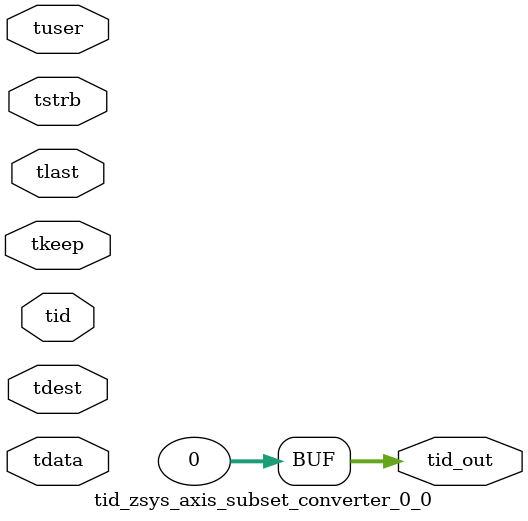
<source format=v>


`timescale 1ps/1ps

module tid_zsys_axis_subset_converter_0_0 #
(
parameter C_S_AXIS_TID_WIDTH   = 1,
parameter C_S_AXIS_TUSER_WIDTH = 0,
parameter C_S_AXIS_TDATA_WIDTH = 0,
parameter C_S_AXIS_TDEST_WIDTH = 0,
parameter C_M_AXIS_TID_WIDTH   = 32
)
(
input  [(C_S_AXIS_TID_WIDTH   == 0 ? 1 : C_S_AXIS_TID_WIDTH)-1:0       ] tid,
input  [(C_S_AXIS_TDATA_WIDTH == 0 ? 1 : C_S_AXIS_TDATA_WIDTH)-1:0     ] tdata,
input  [(C_S_AXIS_TUSER_WIDTH == 0 ? 1 : C_S_AXIS_TUSER_WIDTH)-1:0     ] tuser,
input  [(C_S_AXIS_TDEST_WIDTH == 0 ? 1 : C_S_AXIS_TDEST_WIDTH)-1:0     ] tdest,
input  [(C_S_AXIS_TDATA_WIDTH/8)-1:0 ] tkeep,
input  [(C_S_AXIS_TDATA_WIDTH/8)-1:0 ] tstrb,
input                                                                    tlast,
output [(C_M_AXIS_TID_WIDTH   == 0 ? 1 : C_M_AXIS_TID_WIDTH)-1:0       ] tid_out
);

assign tid_out = {1'b0};

endmodule


</source>
